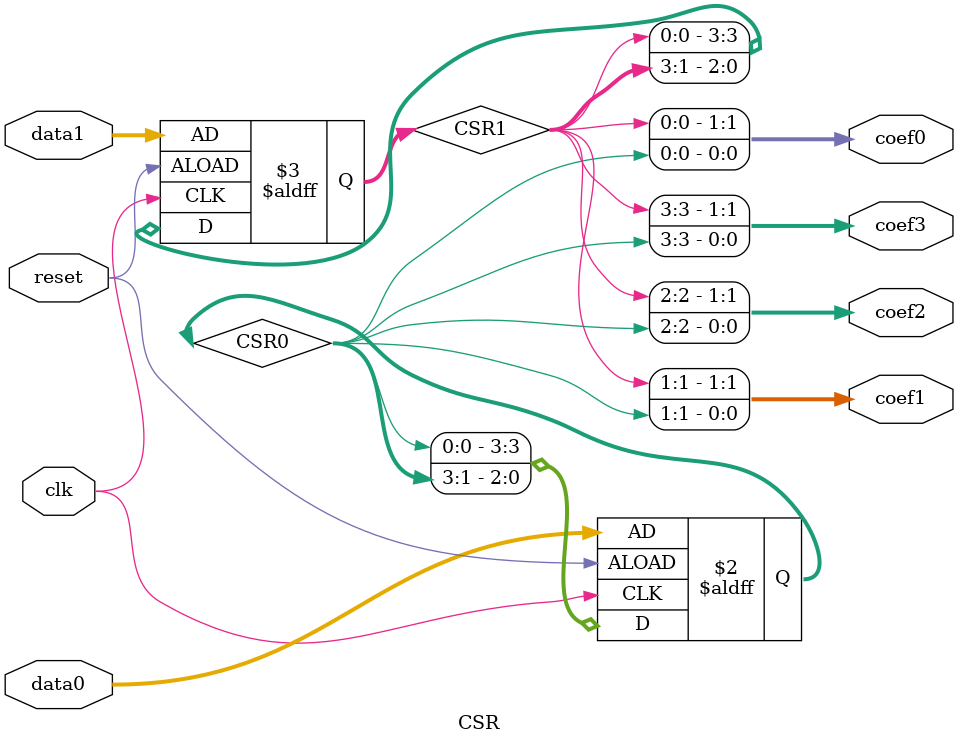
<source format=v>
`timescale 1ns / 1ps

module CSR(clk, reset, data0, data1, coef0, coef1, coef2, coef3);
    input clk, reset;
    parameter n=4;
    input [n-1:0] data0, data1;
    
    reg [n-1:0] CSR0,CSR1;
    always@(posedge clk,posedge reset)
    if (reset) 
        begin
            CSR0<=data0;
            CSR1<=data1;
        end
    else
        begin
            CSR0<={CSR0[0], CSR0[n-1:1]};
            CSR1<={CSR1[0], CSR1[n-1:1]};
        end
     
    output [1:0] coef0, coef1, coef2, coef3;
    
    assign coef0={CSR1[0],CSR0[0]};
    assign coef1={CSR1[1],CSR0[1]};
    assign coef2={CSR1[2],CSR0[2]};
    assign coef3={CSR1[3],CSR0[3]};  
    
        
    
endmodule

</source>
